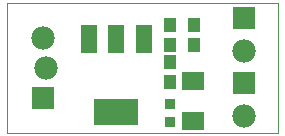
<source format=gts>
G75*
%MOIN*%
%OFA0B0*%
%FSLAX25Y25*%
%IPPOS*%
%LPD*%
%AMOC8*
5,1,8,0,0,1.08239X$1,22.5*
%
%ADD10C,0.00000*%
%ADD11R,0.04337X0.04731*%
%ADD12R,0.07487X0.05912*%
%ADD13R,0.07800X0.07800*%
%ADD14C,0.07800*%
%ADD15R,0.03550X0.03550*%
%ADD16R,0.05200X0.09200*%
%ADD17R,0.14573X0.09061*%
D10*
X0001800Y0045107D02*
X0001800Y0088414D01*
X0092351Y0088414D01*
X0092351Y0045107D01*
X0001800Y0045107D01*
D11*
X0056300Y0061954D03*
X0056300Y0068646D03*
X0056300Y0074454D03*
X0056300Y0081146D03*
X0064300Y0081146D03*
X0064300Y0074454D03*
D12*
X0063800Y0062493D03*
X0063800Y0049107D03*
D13*
X0080800Y0061800D03*
X0080800Y0083300D03*
X0013800Y0056800D03*
D14*
X0014800Y0066800D03*
X0013800Y0076800D03*
X0080800Y0072300D03*
X0080800Y0050800D03*
D15*
X0056300Y0048847D03*
X0056300Y0054753D03*
D16*
X0047400Y0076500D03*
X0038300Y0076500D03*
X0029200Y0076500D03*
D17*
X0038300Y0052099D03*
M02*

</source>
